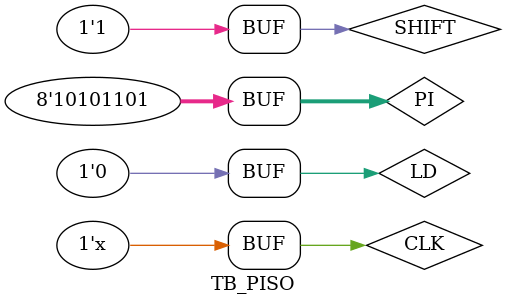
<source format=v>
module TB_PISO;
	
	reg CLK, LD, SHIFT;
	reg [7:0] PI;
	wire SO;
		
	PISO dut (CLK, PI, SO, LD, SHIFT);
	
	always
		#5 CLK = ~CLK; 

	initial
		begin
			CLK = 1'b0; 
			PI = 8'b10101101;
			#10 LD = 1'b1;
			#10 LD = 1'b0;
			#5 SHIFT = 1'b1;	
		end

endmodule
</source>
